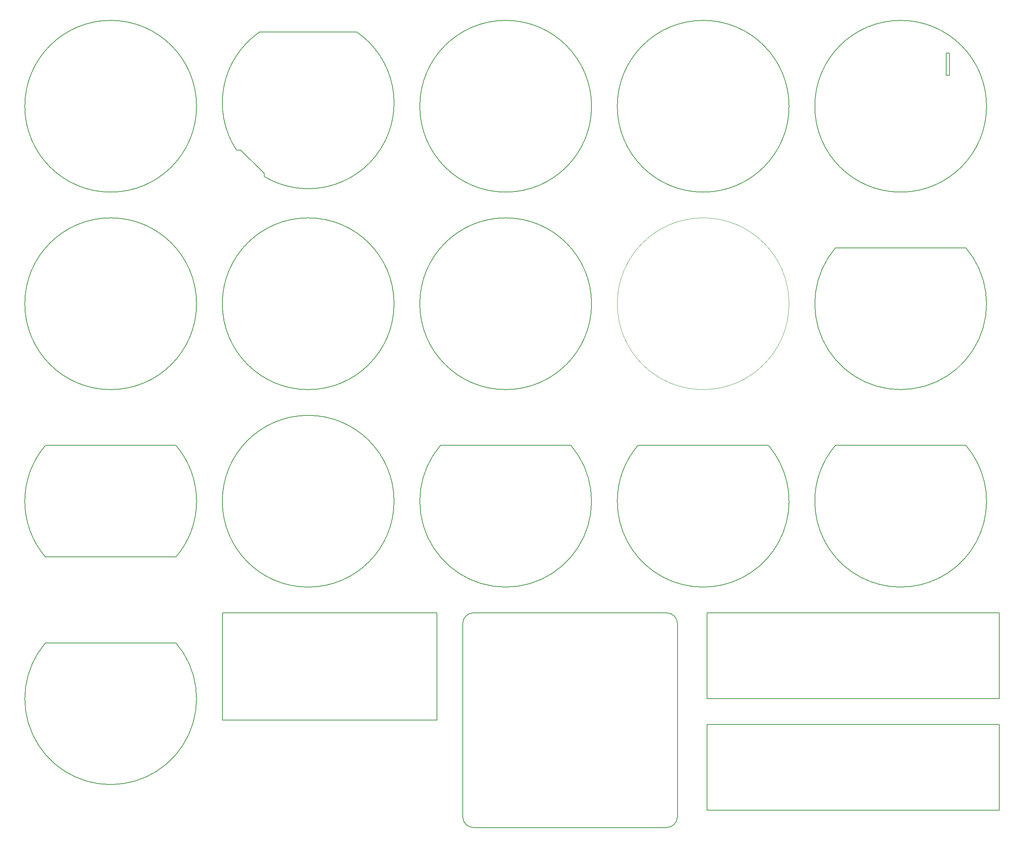
<source format=gm1>
G04 #@! TF.FileFunction,Profile,NP*
%FSLAX46Y46*%
G04 Gerber Fmt 4.6, Leading zero omitted, Abs format (unit mm)*
G04 Created by KiCad (PCBNEW 4.1.0-alpha+201605071002+6776~44~ubuntu14.04.1-product) date Mon 25 Jul 2016 09:44:22 BST*
%MOMM*%
%LPD*%
G01*
G04 APERTURE LIST*
%ADD10C,0.100000*%
%ADD11C,0.150000*%
%ADD12C,0.200000*%
%ADD13C,0.010000*%
G04 APERTURE END LIST*
D10*
D11*
X72000000Y-53000000D02*
G75*
G03X72000000Y-53000000I-20000000J0D01*
G01*
X86706079Y-35697353D02*
G75*
G03X81300000Y-63200000I11293921J-16502647D01*
G01*
X87799236Y-69401291D02*
G75*
G03X109300000Y-35700000I10200764J17201291D01*
G01*
X87800000Y-68700000D02*
X87600000Y-68500000D01*
X87600000Y-68500000D02*
X82300000Y-63200000D01*
X87800000Y-68700000D02*
X87800000Y-69400000D01*
X81300000Y-63200000D02*
X82300000Y-63200000D01*
X86700000Y-35700000D02*
X109300000Y-35700000D01*
X164000000Y-53000000D02*
G75*
G03X164000000Y-53000000I-20000000J0D01*
G01*
X210000000Y-53000000D02*
G75*
G03X210000000Y-53000000I-20000000J0D01*
G01*
D12*
X246600000Y-45800000D02*
X246600000Y-40600000D01*
X247400000Y-45800000D02*
X246600000Y-45800000D01*
X247400000Y-40600000D02*
X247400000Y-45800000D01*
X246600000Y-40600000D02*
X247400000Y-40600000D01*
D11*
X256000000Y-53000000D02*
G75*
G03X256000000Y-53000000I-20000000J0D01*
G01*
X259000000Y-171000000D02*
X259000000Y-191000000D01*
X190900000Y-171000000D02*
X259000000Y-171000000D01*
X190900000Y-191000000D02*
X190900000Y-171000000D01*
X259000000Y-191000000D02*
X190900000Y-191000000D01*
X259000000Y-197000000D02*
X259000000Y-217000000D01*
X190900000Y-217000000D02*
X190900000Y-197000000D01*
X190900000Y-197000000D02*
X259000000Y-197000000D01*
X259000000Y-217000000D02*
X190900000Y-217000000D01*
D12*
X72000000Y-99000000D02*
G75*
G03X72000000Y-99000000I-20000000J0D01*
G01*
X118000000Y-99000000D02*
G75*
G03X118000000Y-99000000I-20000000J0D01*
G01*
X164000000Y-99000000D02*
G75*
G03X164000000Y-99000000I-20000000J0D01*
G01*
D13*
X210000000Y-99000000D02*
G75*
G03X210000000Y-99000000I-20000000J0D01*
G01*
D11*
X220800000Y-86000000D02*
X251200000Y-86000000D01*
X220800000Y-86000000D02*
G75*
G03X251200000Y-86000000I15200000J-13000000D01*
G01*
X36800000Y-158000000D02*
X67200000Y-158000000D01*
X36800000Y-132000000D02*
G75*
G03X36800000Y-158000000I15200000J-13000000D01*
G01*
X67200000Y-158000000D02*
G75*
G03X67200000Y-132000000I-15200000J13000000D01*
G01*
X36800000Y-132000000D02*
X67200000Y-132000000D01*
X118000000Y-145000000D02*
G75*
G03X118000000Y-145000000I-20000000J0D01*
G01*
X128800000Y-132000000D02*
X159200000Y-132000000D01*
X128800000Y-132000000D02*
G75*
G03X159200000Y-132000000I15200000J-13000000D01*
G01*
X169999000Y-145000000D02*
G75*
G03X205200000Y-132000000I20001000J0D01*
G01*
X174800760Y-132000650D02*
G75*
G03X170000000Y-145000000I15199240J-12999350D01*
G01*
X175200000Y-132000000D02*
X174800000Y-132000000D01*
X176990000Y-132000000D02*
X175200000Y-132000000D01*
X178650000Y-132000000D02*
X176990000Y-132000000D01*
X179400000Y-132000000D02*
X178650000Y-132000000D01*
X180920000Y-132000000D02*
X179400000Y-132000000D01*
X184100000Y-132000000D02*
X180920000Y-132000000D01*
X186420000Y-132000000D02*
X184100000Y-132000000D01*
X190440000Y-132000000D02*
X186420000Y-132000000D01*
X193310000Y-132000000D02*
X190440000Y-132000000D01*
X196220000Y-132000000D02*
X193310000Y-132000000D01*
X205200000Y-132000000D02*
X196220000Y-132000000D01*
X215999000Y-145000000D02*
G75*
G03X251200000Y-132000000I20001000J0D01*
G01*
X220800760Y-132000650D02*
G75*
G03X216000000Y-145000000I15199240J-12999350D01*
G01*
X221200000Y-132000000D02*
X220800000Y-132000000D01*
X222990000Y-132000000D02*
X221200000Y-132000000D01*
X224650000Y-132000000D02*
X222990000Y-132000000D01*
X225400000Y-132000000D02*
X224650000Y-132000000D01*
X226920000Y-132000000D02*
X225400000Y-132000000D01*
X230100000Y-132000000D02*
X226920000Y-132000000D01*
X232420000Y-132000000D02*
X230100000Y-132000000D01*
X236440000Y-132000000D02*
X232420000Y-132000000D01*
X239310000Y-132000000D02*
X236440000Y-132000000D01*
X242220000Y-132000000D02*
X239310000Y-132000000D01*
X251200000Y-132000000D02*
X242220000Y-132000000D01*
X36800000Y-178000000D02*
X67200000Y-178000000D01*
X36800000Y-178000000D02*
G75*
G03X67200000Y-178000000I15200000J-13000000D01*
G01*
X128000000Y-196000000D02*
X128000000Y-171000000D01*
X78000000Y-196000000D02*
X128000000Y-196000000D01*
X78000000Y-171000000D02*
X78000000Y-196000000D01*
X128000000Y-171000000D02*
X78000000Y-171000000D01*
X134000000Y-218500000D02*
G75*
G03X136500000Y-221000000I2500000J0D01*
G01*
X134000000Y-173500000D02*
X134000000Y-218500000D01*
X136500000Y-171000000D02*
G75*
G03X134000000Y-173500000I0J-2500000D01*
G01*
X181500000Y-171000000D02*
X136500000Y-171000000D01*
X184000000Y-173500000D02*
G75*
G03X181500000Y-171000000I-2500000J0D01*
G01*
X184000000Y-218500000D02*
X184000000Y-173500000D01*
X181500000Y-221000000D02*
X136500000Y-221000000D01*
X181500000Y-221000000D02*
G75*
G03X184000000Y-218500000I0J2500000D01*
G01*
M02*

</source>
